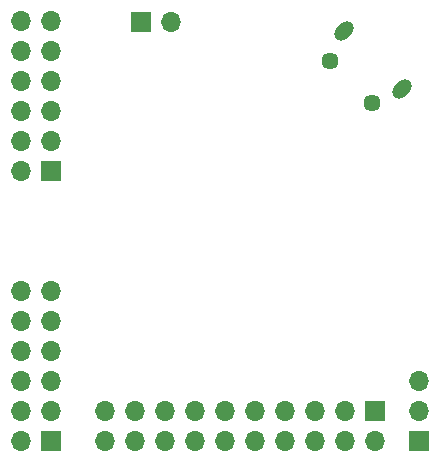
<source format=gbr>
%TF.GenerationSoftware,KiCad,Pcbnew,(6.0.0-0)*%
%TF.CreationDate,2023-01-16T12:19:11+01:00*%
%TF.ProjectId,core-v-mini-mcu-spiboot-fpga,636f7265-2d76-42d6-9d69-6e692d6d6375,rev?*%
%TF.SameCoordinates,Original*%
%TF.FileFunction,Soldermask,Bot*%
%TF.FilePolarity,Negative*%
%FSLAX46Y46*%
G04 Gerber Fmt 4.6, Leading zero omitted, Abs format (unit mm)*
G04 Created by KiCad (PCBNEW (6.0.0-0)) date 2023-01-16 12:19:11*
%MOMM*%
%LPD*%
G01*
G04 APERTURE LIST*
G04 Aperture macros list*
%AMHorizOval*
0 Thick line with rounded ends*
0 $1 width*
0 $2 $3 position (X,Y) of the first rounded end (center of the circle)*
0 $4 $5 position (X,Y) of the second rounded end (center of the circle)*
0 Add line between two ends*
20,1,$1,$2,$3,$4,$5,0*
0 Add two circle primitives to create the rounded ends*
1,1,$1,$2,$3*
1,1,$1,$4,$5*%
G04 Aperture macros list end*
%ADD10O,1.700000X1.700000*%
%ADD11R,1.700000X1.700000*%
%ADD12HorizOval,1.200000X-0.247487X-0.247487X0.247487X0.247487X0*%
%ADD13HorizOval,1.200000X0.247487X0.247487X-0.247487X-0.247487X0*%
%ADD14C,1.450000*%
G04 APERTURE END LIST*
D10*
%TO.C,J2*%
X112450000Y-104120000D03*
X112450000Y-106660000D03*
D11*
X112450000Y-109200000D03*
%TD*%
D10*
%TO.C,J1*%
X85852000Y-109205000D03*
X85852000Y-106665000D03*
X88392000Y-109205000D03*
X88392000Y-106665000D03*
X90932000Y-109205000D03*
X90932000Y-106665000D03*
X93472000Y-109205000D03*
X93472000Y-106665000D03*
X96012000Y-109205000D03*
X96012000Y-106665000D03*
X98552000Y-109205000D03*
X98552000Y-106665000D03*
X101092000Y-109205000D03*
X101092000Y-106665000D03*
X103632000Y-109205000D03*
X103632000Y-106665000D03*
X106172000Y-109205000D03*
X106172000Y-106665000D03*
X108712000Y-109205000D03*
D11*
X108712000Y-106665000D03*
%TD*%
%TO.C,JSPICS1*%
X88975000Y-73750000D03*
D10*
X91515000Y-73750000D03*
%TD*%
D11*
%TO.C,PMOD1*%
X81280000Y-109220000D03*
D10*
X78740000Y-109220000D03*
X81280000Y-106680000D03*
X78740000Y-106680000D03*
X81280000Y-104140000D03*
X78740000Y-104140000D03*
X81280000Y-101600000D03*
X78740000Y-101600000D03*
X81280000Y-99060000D03*
X78740000Y-99060000D03*
X81280000Y-96520000D03*
X78740000Y-96520000D03*
%TD*%
D12*
%TO.C,P1*%
X111078217Y-79425514D03*
D13*
X106128470Y-74475767D03*
D14*
X108461922Y-80627596D03*
X104926388Y-77092062D03*
%TD*%
D11*
%TO.C,PMOD2*%
X81280000Y-86360000D03*
D10*
X78740000Y-86360000D03*
X81280000Y-83820000D03*
X78740000Y-83820000D03*
X81280000Y-81280000D03*
X78740000Y-81280000D03*
X81280000Y-78740000D03*
X78740000Y-78740000D03*
X81280000Y-76200000D03*
X78740000Y-76200000D03*
X81280000Y-73660000D03*
X78740000Y-73660000D03*
%TD*%
M02*

</source>
